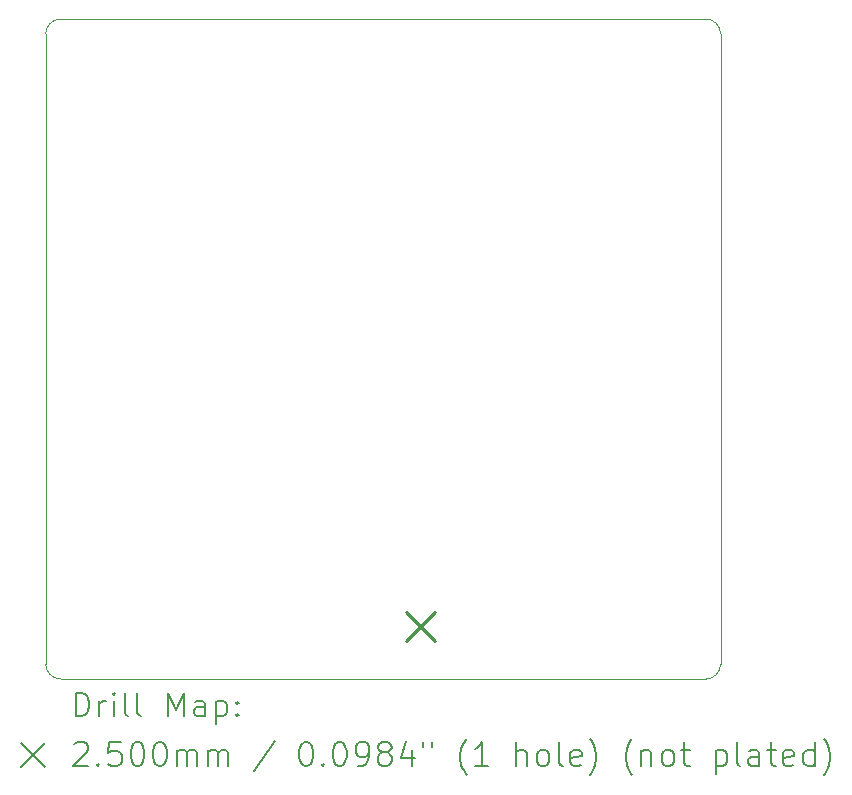
<source format=gbr>
%TF.GenerationSoftware,KiCad,Pcbnew,6.0.9-8da3e8f707~116~ubuntu20.04.1*%
%TF.CreationDate,2022-12-12T12:36:43+01:00*%
%TF.ProjectId,z_adaptor,7a5f6164-6170-4746-9f72-2e6b69636164,rev?*%
%TF.SameCoordinates,Original*%
%TF.FileFunction,Drillmap*%
%TF.FilePolarity,Positive*%
%FSLAX45Y45*%
G04 Gerber Fmt 4.5, Leading zero omitted, Abs format (unit mm)*
G04 Created by KiCad (PCBNEW 6.0.9-8da3e8f707~116~ubuntu20.04.1) date 2022-12-12 12:36:43*
%MOMM*%
%LPD*%
G01*
G04 APERTURE LIST*
%ADD10C,0.100000*%
%ADD11C,0.200000*%
%ADD12C,0.250000*%
G04 APERTURE END LIST*
D10*
X11049000Y-9271000D02*
G75*
G03*
X11176000Y-9398000I127000J0D01*
G01*
X11176000Y-3810000D02*
X16637000Y-3810000D01*
X16764000Y-3937000D02*
G75*
G03*
X16637000Y-3810000I-127000J0D01*
G01*
X16764000Y-3937000D02*
X16764000Y-9271000D01*
X16637000Y-9398000D02*
G75*
G03*
X16764000Y-9271000I0J127000D01*
G01*
X16637000Y-9398000D02*
X11176000Y-9398000D01*
X11049000Y-9271000D02*
X11049000Y-3937000D01*
X11176000Y-3810000D02*
G75*
G03*
X11049000Y-3937000I0J-127000D01*
G01*
D11*
D12*
X14099000Y-8828500D02*
X14349000Y-9078500D01*
X14349000Y-8828500D02*
X14099000Y-9078500D01*
D11*
X11301619Y-9713476D02*
X11301619Y-9513476D01*
X11349238Y-9513476D01*
X11377809Y-9523000D01*
X11396857Y-9542048D01*
X11406381Y-9561095D01*
X11415905Y-9599190D01*
X11415905Y-9627762D01*
X11406381Y-9665857D01*
X11396857Y-9684905D01*
X11377809Y-9703952D01*
X11349238Y-9713476D01*
X11301619Y-9713476D01*
X11501619Y-9713476D02*
X11501619Y-9580143D01*
X11501619Y-9618238D02*
X11511143Y-9599190D01*
X11520667Y-9589667D01*
X11539714Y-9580143D01*
X11558762Y-9580143D01*
X11625428Y-9713476D02*
X11625428Y-9580143D01*
X11625428Y-9513476D02*
X11615905Y-9523000D01*
X11625428Y-9532524D01*
X11634952Y-9523000D01*
X11625428Y-9513476D01*
X11625428Y-9532524D01*
X11749238Y-9713476D02*
X11730190Y-9703952D01*
X11720667Y-9684905D01*
X11720667Y-9513476D01*
X11854000Y-9713476D02*
X11834952Y-9703952D01*
X11825428Y-9684905D01*
X11825428Y-9513476D01*
X12082571Y-9713476D02*
X12082571Y-9513476D01*
X12149238Y-9656333D01*
X12215905Y-9513476D01*
X12215905Y-9713476D01*
X12396857Y-9713476D02*
X12396857Y-9608714D01*
X12387333Y-9589667D01*
X12368286Y-9580143D01*
X12330190Y-9580143D01*
X12311143Y-9589667D01*
X12396857Y-9703952D02*
X12377809Y-9713476D01*
X12330190Y-9713476D01*
X12311143Y-9703952D01*
X12301619Y-9684905D01*
X12301619Y-9665857D01*
X12311143Y-9646810D01*
X12330190Y-9637286D01*
X12377809Y-9637286D01*
X12396857Y-9627762D01*
X12492095Y-9580143D02*
X12492095Y-9780143D01*
X12492095Y-9589667D02*
X12511143Y-9580143D01*
X12549238Y-9580143D01*
X12568286Y-9589667D01*
X12577809Y-9599190D01*
X12587333Y-9618238D01*
X12587333Y-9675381D01*
X12577809Y-9694429D01*
X12568286Y-9703952D01*
X12549238Y-9713476D01*
X12511143Y-9713476D01*
X12492095Y-9703952D01*
X12673048Y-9694429D02*
X12682571Y-9703952D01*
X12673048Y-9713476D01*
X12663524Y-9703952D01*
X12673048Y-9694429D01*
X12673048Y-9713476D01*
X12673048Y-9589667D02*
X12682571Y-9599190D01*
X12673048Y-9608714D01*
X12663524Y-9599190D01*
X12673048Y-9589667D01*
X12673048Y-9608714D01*
X10844000Y-9943000D02*
X11044000Y-10143000D01*
X11044000Y-9943000D02*
X10844000Y-10143000D01*
X11292095Y-9952524D02*
X11301619Y-9943000D01*
X11320667Y-9933476D01*
X11368286Y-9933476D01*
X11387333Y-9943000D01*
X11396857Y-9952524D01*
X11406381Y-9971571D01*
X11406381Y-9990619D01*
X11396857Y-10019190D01*
X11282571Y-10133476D01*
X11406381Y-10133476D01*
X11492095Y-10114429D02*
X11501619Y-10123952D01*
X11492095Y-10133476D01*
X11482571Y-10123952D01*
X11492095Y-10114429D01*
X11492095Y-10133476D01*
X11682571Y-9933476D02*
X11587333Y-9933476D01*
X11577809Y-10028714D01*
X11587333Y-10019190D01*
X11606381Y-10009667D01*
X11654000Y-10009667D01*
X11673048Y-10019190D01*
X11682571Y-10028714D01*
X11692095Y-10047762D01*
X11692095Y-10095381D01*
X11682571Y-10114429D01*
X11673048Y-10123952D01*
X11654000Y-10133476D01*
X11606381Y-10133476D01*
X11587333Y-10123952D01*
X11577809Y-10114429D01*
X11815905Y-9933476D02*
X11834952Y-9933476D01*
X11854000Y-9943000D01*
X11863524Y-9952524D01*
X11873048Y-9971571D01*
X11882571Y-10009667D01*
X11882571Y-10057286D01*
X11873048Y-10095381D01*
X11863524Y-10114429D01*
X11854000Y-10123952D01*
X11834952Y-10133476D01*
X11815905Y-10133476D01*
X11796857Y-10123952D01*
X11787333Y-10114429D01*
X11777809Y-10095381D01*
X11768286Y-10057286D01*
X11768286Y-10009667D01*
X11777809Y-9971571D01*
X11787333Y-9952524D01*
X11796857Y-9943000D01*
X11815905Y-9933476D01*
X12006381Y-9933476D02*
X12025428Y-9933476D01*
X12044476Y-9943000D01*
X12054000Y-9952524D01*
X12063524Y-9971571D01*
X12073048Y-10009667D01*
X12073048Y-10057286D01*
X12063524Y-10095381D01*
X12054000Y-10114429D01*
X12044476Y-10123952D01*
X12025428Y-10133476D01*
X12006381Y-10133476D01*
X11987333Y-10123952D01*
X11977809Y-10114429D01*
X11968286Y-10095381D01*
X11958762Y-10057286D01*
X11958762Y-10009667D01*
X11968286Y-9971571D01*
X11977809Y-9952524D01*
X11987333Y-9943000D01*
X12006381Y-9933476D01*
X12158762Y-10133476D02*
X12158762Y-10000143D01*
X12158762Y-10019190D02*
X12168286Y-10009667D01*
X12187333Y-10000143D01*
X12215905Y-10000143D01*
X12234952Y-10009667D01*
X12244476Y-10028714D01*
X12244476Y-10133476D01*
X12244476Y-10028714D02*
X12254000Y-10009667D01*
X12273048Y-10000143D01*
X12301619Y-10000143D01*
X12320667Y-10009667D01*
X12330190Y-10028714D01*
X12330190Y-10133476D01*
X12425428Y-10133476D02*
X12425428Y-10000143D01*
X12425428Y-10019190D02*
X12434952Y-10009667D01*
X12454000Y-10000143D01*
X12482571Y-10000143D01*
X12501619Y-10009667D01*
X12511143Y-10028714D01*
X12511143Y-10133476D01*
X12511143Y-10028714D02*
X12520667Y-10009667D01*
X12539714Y-10000143D01*
X12568286Y-10000143D01*
X12587333Y-10009667D01*
X12596857Y-10028714D01*
X12596857Y-10133476D01*
X12987333Y-9923952D02*
X12815905Y-10181095D01*
X13244476Y-9933476D02*
X13263524Y-9933476D01*
X13282571Y-9943000D01*
X13292095Y-9952524D01*
X13301619Y-9971571D01*
X13311143Y-10009667D01*
X13311143Y-10057286D01*
X13301619Y-10095381D01*
X13292095Y-10114429D01*
X13282571Y-10123952D01*
X13263524Y-10133476D01*
X13244476Y-10133476D01*
X13225428Y-10123952D01*
X13215905Y-10114429D01*
X13206381Y-10095381D01*
X13196857Y-10057286D01*
X13196857Y-10009667D01*
X13206381Y-9971571D01*
X13215905Y-9952524D01*
X13225428Y-9943000D01*
X13244476Y-9933476D01*
X13396857Y-10114429D02*
X13406381Y-10123952D01*
X13396857Y-10133476D01*
X13387333Y-10123952D01*
X13396857Y-10114429D01*
X13396857Y-10133476D01*
X13530190Y-9933476D02*
X13549238Y-9933476D01*
X13568286Y-9943000D01*
X13577809Y-9952524D01*
X13587333Y-9971571D01*
X13596857Y-10009667D01*
X13596857Y-10057286D01*
X13587333Y-10095381D01*
X13577809Y-10114429D01*
X13568286Y-10123952D01*
X13549238Y-10133476D01*
X13530190Y-10133476D01*
X13511143Y-10123952D01*
X13501619Y-10114429D01*
X13492095Y-10095381D01*
X13482571Y-10057286D01*
X13482571Y-10009667D01*
X13492095Y-9971571D01*
X13501619Y-9952524D01*
X13511143Y-9943000D01*
X13530190Y-9933476D01*
X13692095Y-10133476D02*
X13730190Y-10133476D01*
X13749238Y-10123952D01*
X13758762Y-10114429D01*
X13777809Y-10085857D01*
X13787333Y-10047762D01*
X13787333Y-9971571D01*
X13777809Y-9952524D01*
X13768286Y-9943000D01*
X13749238Y-9933476D01*
X13711143Y-9933476D01*
X13692095Y-9943000D01*
X13682571Y-9952524D01*
X13673048Y-9971571D01*
X13673048Y-10019190D01*
X13682571Y-10038238D01*
X13692095Y-10047762D01*
X13711143Y-10057286D01*
X13749238Y-10057286D01*
X13768286Y-10047762D01*
X13777809Y-10038238D01*
X13787333Y-10019190D01*
X13901619Y-10019190D02*
X13882571Y-10009667D01*
X13873048Y-10000143D01*
X13863524Y-9981095D01*
X13863524Y-9971571D01*
X13873048Y-9952524D01*
X13882571Y-9943000D01*
X13901619Y-9933476D01*
X13939714Y-9933476D01*
X13958762Y-9943000D01*
X13968286Y-9952524D01*
X13977809Y-9971571D01*
X13977809Y-9981095D01*
X13968286Y-10000143D01*
X13958762Y-10009667D01*
X13939714Y-10019190D01*
X13901619Y-10019190D01*
X13882571Y-10028714D01*
X13873048Y-10038238D01*
X13863524Y-10057286D01*
X13863524Y-10095381D01*
X13873048Y-10114429D01*
X13882571Y-10123952D01*
X13901619Y-10133476D01*
X13939714Y-10133476D01*
X13958762Y-10123952D01*
X13968286Y-10114429D01*
X13977809Y-10095381D01*
X13977809Y-10057286D01*
X13968286Y-10038238D01*
X13958762Y-10028714D01*
X13939714Y-10019190D01*
X14149238Y-10000143D02*
X14149238Y-10133476D01*
X14101619Y-9923952D02*
X14054000Y-10066810D01*
X14177809Y-10066810D01*
X14244476Y-9933476D02*
X14244476Y-9971571D01*
X14320667Y-9933476D02*
X14320667Y-9971571D01*
X14615905Y-10209667D02*
X14606381Y-10200143D01*
X14587333Y-10171571D01*
X14577809Y-10152524D01*
X14568286Y-10123952D01*
X14558762Y-10076333D01*
X14558762Y-10038238D01*
X14568286Y-9990619D01*
X14577809Y-9962048D01*
X14587333Y-9943000D01*
X14606381Y-9914429D01*
X14615905Y-9904905D01*
X14796857Y-10133476D02*
X14682571Y-10133476D01*
X14739714Y-10133476D02*
X14739714Y-9933476D01*
X14720667Y-9962048D01*
X14701619Y-9981095D01*
X14682571Y-9990619D01*
X15034952Y-10133476D02*
X15034952Y-9933476D01*
X15120667Y-10133476D02*
X15120667Y-10028714D01*
X15111143Y-10009667D01*
X15092095Y-10000143D01*
X15063524Y-10000143D01*
X15044476Y-10009667D01*
X15034952Y-10019190D01*
X15244476Y-10133476D02*
X15225428Y-10123952D01*
X15215905Y-10114429D01*
X15206381Y-10095381D01*
X15206381Y-10038238D01*
X15215905Y-10019190D01*
X15225428Y-10009667D01*
X15244476Y-10000143D01*
X15273048Y-10000143D01*
X15292095Y-10009667D01*
X15301619Y-10019190D01*
X15311143Y-10038238D01*
X15311143Y-10095381D01*
X15301619Y-10114429D01*
X15292095Y-10123952D01*
X15273048Y-10133476D01*
X15244476Y-10133476D01*
X15425428Y-10133476D02*
X15406381Y-10123952D01*
X15396857Y-10104905D01*
X15396857Y-9933476D01*
X15577809Y-10123952D02*
X15558762Y-10133476D01*
X15520667Y-10133476D01*
X15501619Y-10123952D01*
X15492095Y-10104905D01*
X15492095Y-10028714D01*
X15501619Y-10009667D01*
X15520667Y-10000143D01*
X15558762Y-10000143D01*
X15577809Y-10009667D01*
X15587333Y-10028714D01*
X15587333Y-10047762D01*
X15492095Y-10066810D01*
X15654000Y-10209667D02*
X15663524Y-10200143D01*
X15682571Y-10171571D01*
X15692095Y-10152524D01*
X15701619Y-10123952D01*
X15711143Y-10076333D01*
X15711143Y-10038238D01*
X15701619Y-9990619D01*
X15692095Y-9962048D01*
X15682571Y-9943000D01*
X15663524Y-9914429D01*
X15654000Y-9904905D01*
X16015905Y-10209667D02*
X16006381Y-10200143D01*
X15987333Y-10171571D01*
X15977809Y-10152524D01*
X15968286Y-10123952D01*
X15958762Y-10076333D01*
X15958762Y-10038238D01*
X15968286Y-9990619D01*
X15977809Y-9962048D01*
X15987333Y-9943000D01*
X16006381Y-9914429D01*
X16015905Y-9904905D01*
X16092095Y-10000143D02*
X16092095Y-10133476D01*
X16092095Y-10019190D02*
X16101619Y-10009667D01*
X16120667Y-10000143D01*
X16149238Y-10000143D01*
X16168286Y-10009667D01*
X16177809Y-10028714D01*
X16177809Y-10133476D01*
X16301619Y-10133476D02*
X16282571Y-10123952D01*
X16273048Y-10114429D01*
X16263524Y-10095381D01*
X16263524Y-10038238D01*
X16273048Y-10019190D01*
X16282571Y-10009667D01*
X16301619Y-10000143D01*
X16330190Y-10000143D01*
X16349238Y-10009667D01*
X16358762Y-10019190D01*
X16368286Y-10038238D01*
X16368286Y-10095381D01*
X16358762Y-10114429D01*
X16349238Y-10123952D01*
X16330190Y-10133476D01*
X16301619Y-10133476D01*
X16425428Y-10000143D02*
X16501619Y-10000143D01*
X16454000Y-9933476D02*
X16454000Y-10104905D01*
X16463524Y-10123952D01*
X16482571Y-10133476D01*
X16501619Y-10133476D01*
X16720667Y-10000143D02*
X16720667Y-10200143D01*
X16720667Y-10009667D02*
X16739714Y-10000143D01*
X16777810Y-10000143D01*
X16796857Y-10009667D01*
X16806381Y-10019190D01*
X16815905Y-10038238D01*
X16815905Y-10095381D01*
X16806381Y-10114429D01*
X16796857Y-10123952D01*
X16777810Y-10133476D01*
X16739714Y-10133476D01*
X16720667Y-10123952D01*
X16930190Y-10133476D02*
X16911143Y-10123952D01*
X16901619Y-10104905D01*
X16901619Y-9933476D01*
X17092095Y-10133476D02*
X17092095Y-10028714D01*
X17082571Y-10009667D01*
X17063524Y-10000143D01*
X17025429Y-10000143D01*
X17006381Y-10009667D01*
X17092095Y-10123952D02*
X17073048Y-10133476D01*
X17025429Y-10133476D01*
X17006381Y-10123952D01*
X16996857Y-10104905D01*
X16996857Y-10085857D01*
X17006381Y-10066810D01*
X17025429Y-10057286D01*
X17073048Y-10057286D01*
X17092095Y-10047762D01*
X17158762Y-10000143D02*
X17234952Y-10000143D01*
X17187333Y-9933476D02*
X17187333Y-10104905D01*
X17196857Y-10123952D01*
X17215905Y-10133476D01*
X17234952Y-10133476D01*
X17377810Y-10123952D02*
X17358762Y-10133476D01*
X17320667Y-10133476D01*
X17301619Y-10123952D01*
X17292095Y-10104905D01*
X17292095Y-10028714D01*
X17301619Y-10009667D01*
X17320667Y-10000143D01*
X17358762Y-10000143D01*
X17377810Y-10009667D01*
X17387333Y-10028714D01*
X17387333Y-10047762D01*
X17292095Y-10066810D01*
X17558762Y-10133476D02*
X17558762Y-9933476D01*
X17558762Y-10123952D02*
X17539714Y-10133476D01*
X17501619Y-10133476D01*
X17482571Y-10123952D01*
X17473048Y-10114429D01*
X17463524Y-10095381D01*
X17463524Y-10038238D01*
X17473048Y-10019190D01*
X17482571Y-10009667D01*
X17501619Y-10000143D01*
X17539714Y-10000143D01*
X17558762Y-10009667D01*
X17634952Y-10209667D02*
X17644476Y-10200143D01*
X17663524Y-10171571D01*
X17673048Y-10152524D01*
X17682571Y-10123952D01*
X17692095Y-10076333D01*
X17692095Y-10038238D01*
X17682571Y-9990619D01*
X17673048Y-9962048D01*
X17663524Y-9943000D01*
X17644476Y-9914429D01*
X17634952Y-9904905D01*
M02*

</source>
